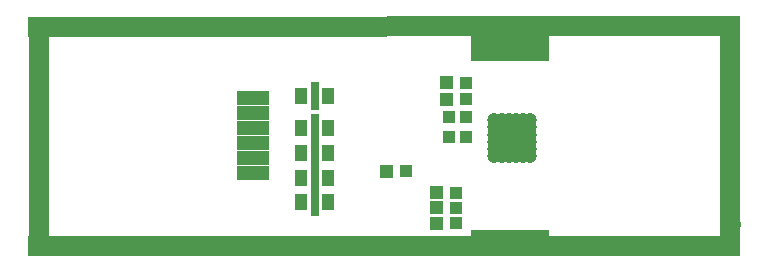
<source format=gbr>
%FSLAX34Y34*%
%MOMM*%
%LNSOLDERMASK_BOTTOM*%
G71*
G01*
%ADD10R,1.100X1.100*%
%ADD11C,1.200*%
%ADD12R,1.100X1.400*%
%ADD13R,0.800X2.400*%
%ADD14R,2.700X1.200*%
%ADD15C,1.700*%
%LPD*%
G36*
X348123Y950005D02*
X359123Y950005D01*
X359123Y939005D01*
X348123Y939005D01*
X348123Y950005D01*
G37*
X370323Y944405D02*
G54D10*
D03*
X394019Y912595D02*
G54D11*
D03*
X400019Y912595D02*
G54D11*
D03*
X406019Y912595D02*
G54D11*
D03*
X412019Y912595D02*
G54D11*
D03*
X394019Y906595D02*
G54D11*
D03*
X400019Y906595D02*
G54D11*
D03*
X406019Y906595D02*
G54D11*
D03*
X412019Y906595D02*
G54D11*
D03*
X394019Y900595D02*
G54D11*
D03*
X400019Y900595D02*
G54D11*
D03*
X406019Y900595D02*
G54D11*
D03*
X412019Y900595D02*
G54D11*
D03*
X394019Y894595D02*
G54D11*
D03*
X400019Y894595D02*
G54D11*
D03*
X406019Y894595D02*
G54D11*
D03*
X412019Y894595D02*
G54D11*
D03*
X418019Y912595D02*
G54D11*
D03*
X424019Y912595D02*
G54D11*
D03*
X418019Y906595D02*
G54D11*
D03*
X424019Y906595D02*
G54D11*
D03*
X418019Y900595D02*
G54D11*
D03*
X424019Y900595D02*
G54D11*
D03*
X418019Y894595D02*
G54D11*
D03*
X424019Y894595D02*
G54D11*
D03*
X394019Y888595D02*
G54D11*
D03*
X400019Y888595D02*
G54D11*
D03*
X406019Y888595D02*
G54D11*
D03*
X412019Y888595D02*
G54D11*
D03*
X394019Y882595D02*
G54D11*
D03*
X400019Y882595D02*
G54D11*
D03*
X406019Y882595D02*
G54D11*
D03*
X412019Y882595D02*
G54D11*
D03*
X418019Y888595D02*
G54D11*
D03*
X424019Y888595D02*
G54D11*
D03*
X418019Y882595D02*
G54D11*
D03*
X424019Y882595D02*
G54D11*
D03*
X230256Y905891D02*
G54D12*
D03*
X253256Y905891D02*
G54D12*
D03*
X241756Y905891D02*
G54D13*
D03*
X230256Y884991D02*
G54D12*
D03*
X253256Y884991D02*
G54D12*
D03*
X241756Y884991D02*
G54D13*
D03*
X230256Y864091D02*
G54D12*
D03*
X253256Y864091D02*
G54D12*
D03*
X241756Y864091D02*
G54D13*
D03*
X230256Y843191D02*
G54D12*
D03*
X253256Y843191D02*
G54D12*
D03*
X241756Y843191D02*
G54D13*
D03*
X230256Y932891D02*
G54D12*
D03*
X253256Y932891D02*
G54D12*
D03*
X241756Y932891D02*
G54D13*
D03*
X189770Y931400D02*
G54D14*
D03*
X189770Y918700D02*
G54D14*
D03*
X189770Y906000D02*
G54D14*
D03*
X189770Y893300D02*
G54D14*
D03*
X189770Y880600D02*
G54D14*
D03*
X189770Y867900D02*
G54D14*
D03*
G54D15*
X8002Y991897D02*
X593603Y992120D01*
G36*
X7999Y1000397D02*
X8005Y983397D01*
X-495Y983394D01*
X-501Y1000394D01*
X7999Y1000397D01*
G37*
G36*
X593606Y983620D02*
X593600Y1000620D01*
X602100Y1000623D01*
X602106Y983623D01*
X593606Y983620D01*
G37*
G54D15*
X392005Y806050D02*
X593607Y805898D01*
G36*
X392012Y814550D02*
X391999Y797550D01*
X383499Y797557D01*
X383512Y814557D01*
X392012Y814550D01*
G37*
G36*
X593601Y797398D02*
X593613Y814398D01*
X602113Y814391D01*
X602101Y797391D01*
X593601Y797398D01*
G37*
G54D15*
X593702Y968997D02*
X593702Y982997D01*
G36*
X585202Y968997D02*
X602202Y968997D01*
X602202Y960497D01*
X585202Y960497D01*
X585202Y968997D01*
G37*
G36*
X602202Y982997D02*
X585202Y982997D01*
X585202Y991497D01*
X602202Y991497D01*
X602202Y982997D01*
G37*
G54D15*
X593852Y830997D02*
X593702Y968997D01*
G36*
X585352Y830988D02*
X602352Y831007D01*
X602361Y822507D01*
X585361Y822488D01*
X585352Y830988D01*
G37*
G36*
X602202Y969007D02*
X585202Y968988D01*
X585193Y977488D01*
X602193Y977507D01*
X602202Y969007D01*
G37*
G54D15*
X593852Y816997D02*
X593852Y830997D01*
G36*
X585352Y816997D02*
X602352Y816997D01*
X602352Y808497D01*
X585352Y808497D01*
X585352Y816997D01*
G37*
G36*
X602352Y830997D02*
X585352Y830997D01*
X585352Y839497D01*
X602352Y839497D01*
X602352Y830997D01*
G37*
G54D15*
X7902Y806047D02*
X392005Y806050D01*
G36*
X7902Y814547D02*
X7902Y797547D01*
X-598Y797547D01*
X-598Y814547D01*
X7902Y814547D01*
G37*
G36*
X392005Y797550D02*
X392005Y814550D01*
X400505Y814550D01*
X400505Y797550D01*
X392005Y797550D01*
G37*
G54D15*
X8002Y991897D02*
X8002Y806047D01*
X7902Y806047D01*
G36*
X297123Y875005D02*
X308123Y875005D01*
X308123Y864005D01*
X297123Y864005D01*
X297123Y875005D01*
G37*
X319323Y869405D02*
G54D10*
D03*
G36*
X339123Y857005D02*
X350123Y857005D01*
X350123Y846005D01*
X339123Y846005D01*
X339123Y857005D01*
G37*
X361323Y851405D02*
G54D10*
D03*
G36*
X339123Y844005D02*
X350123Y844005D01*
X350123Y833005D01*
X339123Y833005D01*
X339123Y844005D01*
G37*
X361323Y838405D02*
G54D10*
D03*
G36*
X339123Y831005D02*
X350123Y831005D01*
X350123Y820005D01*
X339123Y820005D01*
X339123Y831005D01*
G37*
X361323Y825405D02*
G54D10*
D03*
G36*
X348123Y936005D02*
X359123Y936005D01*
X359123Y925005D01*
X348123Y925005D01*
X348123Y936005D01*
G37*
X370323Y930405D02*
G54D10*
D03*
X369680Y915304D02*
G54D10*
D03*
X369580Y898604D02*
G54D10*
D03*
X355580Y898604D02*
G54D10*
D03*
X355680Y915304D02*
G54D10*
D03*
G36*
X389800Y916600D02*
X427800Y916600D01*
X427800Y878600D01*
X389800Y878600D01*
X389800Y916600D01*
G37*
G36*
X374000Y988000D02*
X440000Y988000D01*
X440000Y963000D01*
X374000Y963000D01*
X374000Y988000D01*
G37*
G36*
X374004Y819668D02*
X439968Y819702D01*
X440000Y799000D01*
X374000Y799000D01*
X374004Y819668D01*
G37*
M02*

</source>
